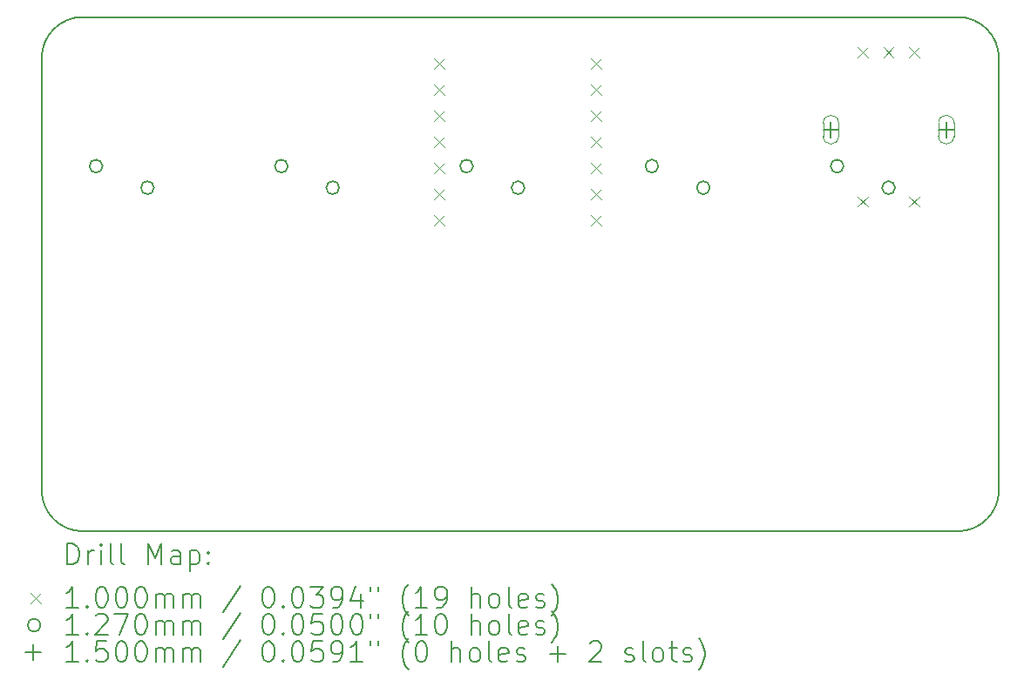
<source format=gbr>
%TF.GenerationSoftware,KiCad,Pcbnew,8.0.6*%
%TF.CreationDate,2024-11-27T16:10:35-06:00*%
%TF.ProjectId,hotdog_pad,686f7464-6f67-45f7-9061-642e6b696361,rev?*%
%TF.SameCoordinates,Original*%
%TF.FileFunction,Drillmap*%
%TF.FilePolarity,Positive*%
%FSLAX45Y45*%
G04 Gerber Fmt 4.5, Leading zero omitted, Abs format (unit mm)*
G04 Created by KiCad (PCBNEW 8.0.6) date 2024-11-27 16:10:35*
%MOMM*%
%LPD*%
G01*
G04 APERTURE LIST*
%ADD10C,0.200000*%
%ADD11C,0.100000*%
%ADD12C,0.127000*%
%ADD13C,0.150000*%
G04 APERTURE END LIST*
D10*
X8300000Y-8600000D02*
X16800000Y-8600000D01*
X16800000Y-3600000D02*
G75*
G02*
X17200000Y-4000000I0J-400000D01*
G01*
X7900000Y-4000000D02*
G75*
G02*
X8300000Y-3600000I400000J0D01*
G01*
X17200000Y-8200000D02*
G75*
G02*
X16800000Y-8600000I-400000J0D01*
G01*
X17200000Y-8200000D02*
X17200000Y-4000000D01*
X7900000Y-4000000D02*
X7900000Y-8200000D01*
X16800000Y-3600000D02*
X8300000Y-3600000D01*
X8300000Y-8600000D02*
G75*
G02*
X7900000Y-8200000I0J400000D01*
G01*
D11*
X11716000Y-4000000D02*
X11816000Y-4100000D01*
X11816000Y-4000000D02*
X11716000Y-4100000D01*
X11716000Y-4254000D02*
X11816000Y-4354000D01*
X11816000Y-4254000D02*
X11716000Y-4354000D01*
X11716000Y-4508000D02*
X11816000Y-4608000D01*
X11816000Y-4508000D02*
X11716000Y-4608000D01*
X11716000Y-4762000D02*
X11816000Y-4862000D01*
X11816000Y-4762000D02*
X11716000Y-4862000D01*
X11716000Y-5016000D02*
X11816000Y-5116000D01*
X11816000Y-5016000D02*
X11716000Y-5116000D01*
X11716000Y-5270000D02*
X11816000Y-5370000D01*
X11816000Y-5270000D02*
X11716000Y-5370000D01*
X11716000Y-5524000D02*
X11816000Y-5624000D01*
X11816000Y-5524000D02*
X11716000Y-5624000D01*
X13240000Y-4000000D02*
X13340000Y-4100000D01*
X13340000Y-4000000D02*
X13240000Y-4100000D01*
X13240000Y-4254000D02*
X13340000Y-4354000D01*
X13340000Y-4254000D02*
X13240000Y-4354000D01*
X13240000Y-4508000D02*
X13340000Y-4608000D01*
X13340000Y-4508000D02*
X13240000Y-4608000D01*
X13240000Y-4762000D02*
X13340000Y-4862000D01*
X13340000Y-4762000D02*
X13240000Y-4862000D01*
X13240000Y-5016000D02*
X13340000Y-5116000D01*
X13340000Y-5016000D02*
X13240000Y-5116000D01*
X13240000Y-5270000D02*
X13340000Y-5370000D01*
X13340000Y-5270000D02*
X13240000Y-5370000D01*
X13240000Y-5524000D02*
X13340000Y-5624000D01*
X13340000Y-5524000D02*
X13240000Y-5624000D01*
X15828000Y-3895000D02*
X15928000Y-3995000D01*
X15928000Y-3895000D02*
X15828000Y-3995000D01*
X15828000Y-5345000D02*
X15928000Y-5445000D01*
X15928000Y-5345000D02*
X15828000Y-5445000D01*
X16078000Y-3895000D02*
X16178000Y-3995000D01*
X16178000Y-3895000D02*
X16078000Y-3995000D01*
X16328000Y-3895000D02*
X16428000Y-3995000D01*
X16428000Y-3895000D02*
X16328000Y-3995000D01*
X16328000Y-5345000D02*
X16428000Y-5445000D01*
X16428000Y-5345000D02*
X16328000Y-5445000D01*
D12*
X8491500Y-5050000D02*
G75*
G02*
X8364500Y-5050000I-63500J0D01*
G01*
X8364500Y-5050000D02*
G75*
G02*
X8491500Y-5050000I63500J0D01*
G01*
X8991500Y-5260000D02*
G75*
G02*
X8864500Y-5260000I-63500J0D01*
G01*
X8864500Y-5260000D02*
G75*
G02*
X8991500Y-5260000I63500J0D01*
G01*
X10291500Y-5050000D02*
G75*
G02*
X10164500Y-5050000I-63500J0D01*
G01*
X10164500Y-5050000D02*
G75*
G02*
X10291500Y-5050000I63500J0D01*
G01*
X10791500Y-5260000D02*
G75*
G02*
X10664500Y-5260000I-63500J0D01*
G01*
X10664500Y-5260000D02*
G75*
G02*
X10791500Y-5260000I63500J0D01*
G01*
X12091500Y-5050000D02*
G75*
G02*
X11964500Y-5050000I-63500J0D01*
G01*
X11964500Y-5050000D02*
G75*
G02*
X12091500Y-5050000I63500J0D01*
G01*
X12591500Y-5260000D02*
G75*
G02*
X12464500Y-5260000I-63500J0D01*
G01*
X12464500Y-5260000D02*
G75*
G02*
X12591500Y-5260000I63500J0D01*
G01*
X13891500Y-5050000D02*
G75*
G02*
X13764500Y-5050000I-63500J0D01*
G01*
X13764500Y-5050000D02*
G75*
G02*
X13891500Y-5050000I63500J0D01*
G01*
X14391500Y-5260000D02*
G75*
G02*
X14264500Y-5260000I-63500J0D01*
G01*
X14264500Y-5260000D02*
G75*
G02*
X14391500Y-5260000I63500J0D01*
G01*
X15691500Y-5050000D02*
G75*
G02*
X15564500Y-5050000I-63500J0D01*
G01*
X15564500Y-5050000D02*
G75*
G02*
X15691500Y-5050000I63500J0D01*
G01*
X16191500Y-5260000D02*
G75*
G02*
X16064500Y-5260000I-63500J0D01*
G01*
X16064500Y-5260000D02*
G75*
G02*
X16191500Y-5260000I63500J0D01*
G01*
D13*
X15568000Y-4620000D02*
X15568000Y-4770000D01*
X15493000Y-4695000D02*
X15643000Y-4695000D01*
D11*
X15493000Y-4630000D02*
X15493000Y-4760000D01*
X15643000Y-4760000D02*
G75*
G02*
X15493000Y-4760000I-75000J0D01*
G01*
X15643000Y-4760000D02*
X15643000Y-4630000D01*
X15643000Y-4630000D02*
G75*
G03*
X15493000Y-4630000I-75000J0D01*
G01*
D13*
X16688000Y-4620000D02*
X16688000Y-4770000D01*
X16613000Y-4695000D02*
X16763000Y-4695000D01*
D11*
X16613000Y-4630000D02*
X16613000Y-4760000D01*
X16763000Y-4760000D02*
G75*
G02*
X16613000Y-4760000I-75000J0D01*
G01*
X16763000Y-4760000D02*
X16763000Y-4630000D01*
X16763000Y-4630000D02*
G75*
G03*
X16613000Y-4630000I-75000J0D01*
G01*
D10*
X8150777Y-8921484D02*
X8150777Y-8721484D01*
X8150777Y-8721484D02*
X8198396Y-8721484D01*
X8198396Y-8721484D02*
X8226967Y-8731008D01*
X8226967Y-8731008D02*
X8246015Y-8750055D01*
X8246015Y-8750055D02*
X8255539Y-8769103D01*
X8255539Y-8769103D02*
X8265062Y-8807198D01*
X8265062Y-8807198D02*
X8265062Y-8835770D01*
X8265062Y-8835770D02*
X8255539Y-8873865D01*
X8255539Y-8873865D02*
X8246015Y-8892912D01*
X8246015Y-8892912D02*
X8226967Y-8911960D01*
X8226967Y-8911960D02*
X8198396Y-8921484D01*
X8198396Y-8921484D02*
X8150777Y-8921484D01*
X8350777Y-8921484D02*
X8350777Y-8788150D01*
X8350777Y-8826246D02*
X8360301Y-8807198D01*
X8360301Y-8807198D02*
X8369824Y-8797674D01*
X8369824Y-8797674D02*
X8388872Y-8788150D01*
X8388872Y-8788150D02*
X8407920Y-8788150D01*
X8474586Y-8921484D02*
X8474586Y-8788150D01*
X8474586Y-8721484D02*
X8465063Y-8731008D01*
X8465063Y-8731008D02*
X8474586Y-8740531D01*
X8474586Y-8740531D02*
X8484110Y-8731008D01*
X8484110Y-8731008D02*
X8474586Y-8721484D01*
X8474586Y-8721484D02*
X8474586Y-8740531D01*
X8598396Y-8921484D02*
X8579348Y-8911960D01*
X8579348Y-8911960D02*
X8569824Y-8892912D01*
X8569824Y-8892912D02*
X8569824Y-8721484D01*
X8703158Y-8921484D02*
X8684110Y-8911960D01*
X8684110Y-8911960D02*
X8674586Y-8892912D01*
X8674586Y-8892912D02*
X8674586Y-8721484D01*
X8931729Y-8921484D02*
X8931729Y-8721484D01*
X8931729Y-8721484D02*
X8998396Y-8864341D01*
X8998396Y-8864341D02*
X9065063Y-8721484D01*
X9065063Y-8721484D02*
X9065063Y-8921484D01*
X9246015Y-8921484D02*
X9246015Y-8816722D01*
X9246015Y-8816722D02*
X9236491Y-8797674D01*
X9236491Y-8797674D02*
X9217444Y-8788150D01*
X9217444Y-8788150D02*
X9179348Y-8788150D01*
X9179348Y-8788150D02*
X9160301Y-8797674D01*
X9246015Y-8911960D02*
X9226967Y-8921484D01*
X9226967Y-8921484D02*
X9179348Y-8921484D01*
X9179348Y-8921484D02*
X9160301Y-8911960D01*
X9160301Y-8911960D02*
X9150777Y-8892912D01*
X9150777Y-8892912D02*
X9150777Y-8873865D01*
X9150777Y-8873865D02*
X9160301Y-8854817D01*
X9160301Y-8854817D02*
X9179348Y-8845293D01*
X9179348Y-8845293D02*
X9226967Y-8845293D01*
X9226967Y-8845293D02*
X9246015Y-8835770D01*
X9341253Y-8788150D02*
X9341253Y-8988150D01*
X9341253Y-8797674D02*
X9360301Y-8788150D01*
X9360301Y-8788150D02*
X9398396Y-8788150D01*
X9398396Y-8788150D02*
X9417444Y-8797674D01*
X9417444Y-8797674D02*
X9426967Y-8807198D01*
X9426967Y-8807198D02*
X9436491Y-8826246D01*
X9436491Y-8826246D02*
X9436491Y-8883389D01*
X9436491Y-8883389D02*
X9426967Y-8902436D01*
X9426967Y-8902436D02*
X9417444Y-8911960D01*
X9417444Y-8911960D02*
X9398396Y-8921484D01*
X9398396Y-8921484D02*
X9360301Y-8921484D01*
X9360301Y-8921484D02*
X9341253Y-8911960D01*
X9522205Y-8902436D02*
X9531729Y-8911960D01*
X9531729Y-8911960D02*
X9522205Y-8921484D01*
X9522205Y-8921484D02*
X9512682Y-8911960D01*
X9512682Y-8911960D02*
X9522205Y-8902436D01*
X9522205Y-8902436D02*
X9522205Y-8921484D01*
X9522205Y-8797674D02*
X9531729Y-8807198D01*
X9531729Y-8807198D02*
X9522205Y-8816722D01*
X9522205Y-8816722D02*
X9512682Y-8807198D01*
X9512682Y-8807198D02*
X9522205Y-8797674D01*
X9522205Y-8797674D02*
X9522205Y-8816722D01*
D11*
X7790000Y-9200000D02*
X7890000Y-9300000D01*
X7890000Y-9200000D02*
X7790000Y-9300000D01*
D10*
X8255539Y-9341484D02*
X8141253Y-9341484D01*
X8198396Y-9341484D02*
X8198396Y-9141484D01*
X8198396Y-9141484D02*
X8179348Y-9170055D01*
X8179348Y-9170055D02*
X8160301Y-9189103D01*
X8160301Y-9189103D02*
X8141253Y-9198627D01*
X8341253Y-9322436D02*
X8350777Y-9331960D01*
X8350777Y-9331960D02*
X8341253Y-9341484D01*
X8341253Y-9341484D02*
X8331729Y-9331960D01*
X8331729Y-9331960D02*
X8341253Y-9322436D01*
X8341253Y-9322436D02*
X8341253Y-9341484D01*
X8474586Y-9141484D02*
X8493634Y-9141484D01*
X8493634Y-9141484D02*
X8512682Y-9151008D01*
X8512682Y-9151008D02*
X8522205Y-9160531D01*
X8522205Y-9160531D02*
X8531729Y-9179579D01*
X8531729Y-9179579D02*
X8541253Y-9217674D01*
X8541253Y-9217674D02*
X8541253Y-9265293D01*
X8541253Y-9265293D02*
X8531729Y-9303389D01*
X8531729Y-9303389D02*
X8522205Y-9322436D01*
X8522205Y-9322436D02*
X8512682Y-9331960D01*
X8512682Y-9331960D02*
X8493634Y-9341484D01*
X8493634Y-9341484D02*
X8474586Y-9341484D01*
X8474586Y-9341484D02*
X8455539Y-9331960D01*
X8455539Y-9331960D02*
X8446015Y-9322436D01*
X8446015Y-9322436D02*
X8436491Y-9303389D01*
X8436491Y-9303389D02*
X8426967Y-9265293D01*
X8426967Y-9265293D02*
X8426967Y-9217674D01*
X8426967Y-9217674D02*
X8436491Y-9179579D01*
X8436491Y-9179579D02*
X8446015Y-9160531D01*
X8446015Y-9160531D02*
X8455539Y-9151008D01*
X8455539Y-9151008D02*
X8474586Y-9141484D01*
X8665063Y-9141484D02*
X8684110Y-9141484D01*
X8684110Y-9141484D02*
X8703158Y-9151008D01*
X8703158Y-9151008D02*
X8712682Y-9160531D01*
X8712682Y-9160531D02*
X8722205Y-9179579D01*
X8722205Y-9179579D02*
X8731729Y-9217674D01*
X8731729Y-9217674D02*
X8731729Y-9265293D01*
X8731729Y-9265293D02*
X8722205Y-9303389D01*
X8722205Y-9303389D02*
X8712682Y-9322436D01*
X8712682Y-9322436D02*
X8703158Y-9331960D01*
X8703158Y-9331960D02*
X8684110Y-9341484D01*
X8684110Y-9341484D02*
X8665063Y-9341484D01*
X8665063Y-9341484D02*
X8646015Y-9331960D01*
X8646015Y-9331960D02*
X8636491Y-9322436D01*
X8636491Y-9322436D02*
X8626967Y-9303389D01*
X8626967Y-9303389D02*
X8617444Y-9265293D01*
X8617444Y-9265293D02*
X8617444Y-9217674D01*
X8617444Y-9217674D02*
X8626967Y-9179579D01*
X8626967Y-9179579D02*
X8636491Y-9160531D01*
X8636491Y-9160531D02*
X8646015Y-9151008D01*
X8646015Y-9151008D02*
X8665063Y-9141484D01*
X8855539Y-9141484D02*
X8874586Y-9141484D01*
X8874586Y-9141484D02*
X8893634Y-9151008D01*
X8893634Y-9151008D02*
X8903158Y-9160531D01*
X8903158Y-9160531D02*
X8912682Y-9179579D01*
X8912682Y-9179579D02*
X8922205Y-9217674D01*
X8922205Y-9217674D02*
X8922205Y-9265293D01*
X8922205Y-9265293D02*
X8912682Y-9303389D01*
X8912682Y-9303389D02*
X8903158Y-9322436D01*
X8903158Y-9322436D02*
X8893634Y-9331960D01*
X8893634Y-9331960D02*
X8874586Y-9341484D01*
X8874586Y-9341484D02*
X8855539Y-9341484D01*
X8855539Y-9341484D02*
X8836491Y-9331960D01*
X8836491Y-9331960D02*
X8826967Y-9322436D01*
X8826967Y-9322436D02*
X8817444Y-9303389D01*
X8817444Y-9303389D02*
X8807920Y-9265293D01*
X8807920Y-9265293D02*
X8807920Y-9217674D01*
X8807920Y-9217674D02*
X8817444Y-9179579D01*
X8817444Y-9179579D02*
X8826967Y-9160531D01*
X8826967Y-9160531D02*
X8836491Y-9151008D01*
X8836491Y-9151008D02*
X8855539Y-9141484D01*
X9007920Y-9341484D02*
X9007920Y-9208150D01*
X9007920Y-9227198D02*
X9017444Y-9217674D01*
X9017444Y-9217674D02*
X9036491Y-9208150D01*
X9036491Y-9208150D02*
X9065063Y-9208150D01*
X9065063Y-9208150D02*
X9084110Y-9217674D01*
X9084110Y-9217674D02*
X9093634Y-9236722D01*
X9093634Y-9236722D02*
X9093634Y-9341484D01*
X9093634Y-9236722D02*
X9103158Y-9217674D01*
X9103158Y-9217674D02*
X9122205Y-9208150D01*
X9122205Y-9208150D02*
X9150777Y-9208150D01*
X9150777Y-9208150D02*
X9169825Y-9217674D01*
X9169825Y-9217674D02*
X9179348Y-9236722D01*
X9179348Y-9236722D02*
X9179348Y-9341484D01*
X9274586Y-9341484D02*
X9274586Y-9208150D01*
X9274586Y-9227198D02*
X9284110Y-9217674D01*
X9284110Y-9217674D02*
X9303158Y-9208150D01*
X9303158Y-9208150D02*
X9331729Y-9208150D01*
X9331729Y-9208150D02*
X9350777Y-9217674D01*
X9350777Y-9217674D02*
X9360301Y-9236722D01*
X9360301Y-9236722D02*
X9360301Y-9341484D01*
X9360301Y-9236722D02*
X9369825Y-9217674D01*
X9369825Y-9217674D02*
X9388872Y-9208150D01*
X9388872Y-9208150D02*
X9417444Y-9208150D01*
X9417444Y-9208150D02*
X9436491Y-9217674D01*
X9436491Y-9217674D02*
X9446015Y-9236722D01*
X9446015Y-9236722D02*
X9446015Y-9341484D01*
X9836491Y-9131960D02*
X9665063Y-9389103D01*
X10093634Y-9141484D02*
X10112682Y-9141484D01*
X10112682Y-9141484D02*
X10131729Y-9151008D01*
X10131729Y-9151008D02*
X10141253Y-9160531D01*
X10141253Y-9160531D02*
X10150777Y-9179579D01*
X10150777Y-9179579D02*
X10160301Y-9217674D01*
X10160301Y-9217674D02*
X10160301Y-9265293D01*
X10160301Y-9265293D02*
X10150777Y-9303389D01*
X10150777Y-9303389D02*
X10141253Y-9322436D01*
X10141253Y-9322436D02*
X10131729Y-9331960D01*
X10131729Y-9331960D02*
X10112682Y-9341484D01*
X10112682Y-9341484D02*
X10093634Y-9341484D01*
X10093634Y-9341484D02*
X10074587Y-9331960D01*
X10074587Y-9331960D02*
X10065063Y-9322436D01*
X10065063Y-9322436D02*
X10055539Y-9303389D01*
X10055539Y-9303389D02*
X10046015Y-9265293D01*
X10046015Y-9265293D02*
X10046015Y-9217674D01*
X10046015Y-9217674D02*
X10055539Y-9179579D01*
X10055539Y-9179579D02*
X10065063Y-9160531D01*
X10065063Y-9160531D02*
X10074587Y-9151008D01*
X10074587Y-9151008D02*
X10093634Y-9141484D01*
X10246015Y-9322436D02*
X10255539Y-9331960D01*
X10255539Y-9331960D02*
X10246015Y-9341484D01*
X10246015Y-9341484D02*
X10236491Y-9331960D01*
X10236491Y-9331960D02*
X10246015Y-9322436D01*
X10246015Y-9322436D02*
X10246015Y-9341484D01*
X10379348Y-9141484D02*
X10398396Y-9141484D01*
X10398396Y-9141484D02*
X10417444Y-9151008D01*
X10417444Y-9151008D02*
X10426968Y-9160531D01*
X10426968Y-9160531D02*
X10436491Y-9179579D01*
X10436491Y-9179579D02*
X10446015Y-9217674D01*
X10446015Y-9217674D02*
X10446015Y-9265293D01*
X10446015Y-9265293D02*
X10436491Y-9303389D01*
X10436491Y-9303389D02*
X10426968Y-9322436D01*
X10426968Y-9322436D02*
X10417444Y-9331960D01*
X10417444Y-9331960D02*
X10398396Y-9341484D01*
X10398396Y-9341484D02*
X10379348Y-9341484D01*
X10379348Y-9341484D02*
X10360301Y-9331960D01*
X10360301Y-9331960D02*
X10350777Y-9322436D01*
X10350777Y-9322436D02*
X10341253Y-9303389D01*
X10341253Y-9303389D02*
X10331729Y-9265293D01*
X10331729Y-9265293D02*
X10331729Y-9217674D01*
X10331729Y-9217674D02*
X10341253Y-9179579D01*
X10341253Y-9179579D02*
X10350777Y-9160531D01*
X10350777Y-9160531D02*
X10360301Y-9151008D01*
X10360301Y-9151008D02*
X10379348Y-9141484D01*
X10512682Y-9141484D02*
X10636491Y-9141484D01*
X10636491Y-9141484D02*
X10569825Y-9217674D01*
X10569825Y-9217674D02*
X10598396Y-9217674D01*
X10598396Y-9217674D02*
X10617444Y-9227198D01*
X10617444Y-9227198D02*
X10626968Y-9236722D01*
X10626968Y-9236722D02*
X10636491Y-9255770D01*
X10636491Y-9255770D02*
X10636491Y-9303389D01*
X10636491Y-9303389D02*
X10626968Y-9322436D01*
X10626968Y-9322436D02*
X10617444Y-9331960D01*
X10617444Y-9331960D02*
X10598396Y-9341484D01*
X10598396Y-9341484D02*
X10541253Y-9341484D01*
X10541253Y-9341484D02*
X10522206Y-9331960D01*
X10522206Y-9331960D02*
X10512682Y-9322436D01*
X10731729Y-9341484D02*
X10769825Y-9341484D01*
X10769825Y-9341484D02*
X10788872Y-9331960D01*
X10788872Y-9331960D02*
X10798396Y-9322436D01*
X10798396Y-9322436D02*
X10817444Y-9293865D01*
X10817444Y-9293865D02*
X10826968Y-9255770D01*
X10826968Y-9255770D02*
X10826968Y-9179579D01*
X10826968Y-9179579D02*
X10817444Y-9160531D01*
X10817444Y-9160531D02*
X10807920Y-9151008D01*
X10807920Y-9151008D02*
X10788872Y-9141484D01*
X10788872Y-9141484D02*
X10750777Y-9141484D01*
X10750777Y-9141484D02*
X10731729Y-9151008D01*
X10731729Y-9151008D02*
X10722206Y-9160531D01*
X10722206Y-9160531D02*
X10712682Y-9179579D01*
X10712682Y-9179579D02*
X10712682Y-9227198D01*
X10712682Y-9227198D02*
X10722206Y-9246246D01*
X10722206Y-9246246D02*
X10731729Y-9255770D01*
X10731729Y-9255770D02*
X10750777Y-9265293D01*
X10750777Y-9265293D02*
X10788872Y-9265293D01*
X10788872Y-9265293D02*
X10807920Y-9255770D01*
X10807920Y-9255770D02*
X10817444Y-9246246D01*
X10817444Y-9246246D02*
X10826968Y-9227198D01*
X10998396Y-9208150D02*
X10998396Y-9341484D01*
X10950777Y-9131960D02*
X10903158Y-9274817D01*
X10903158Y-9274817D02*
X11026968Y-9274817D01*
X11093634Y-9141484D02*
X11093634Y-9179579D01*
X11169825Y-9141484D02*
X11169825Y-9179579D01*
X11465063Y-9417674D02*
X11455539Y-9408150D01*
X11455539Y-9408150D02*
X11436491Y-9379579D01*
X11436491Y-9379579D02*
X11426968Y-9360531D01*
X11426968Y-9360531D02*
X11417444Y-9331960D01*
X11417444Y-9331960D02*
X11407920Y-9284341D01*
X11407920Y-9284341D02*
X11407920Y-9246246D01*
X11407920Y-9246246D02*
X11417444Y-9198627D01*
X11417444Y-9198627D02*
X11426968Y-9170055D01*
X11426968Y-9170055D02*
X11436491Y-9151008D01*
X11436491Y-9151008D02*
X11455539Y-9122436D01*
X11455539Y-9122436D02*
X11465063Y-9112912D01*
X11646015Y-9341484D02*
X11531729Y-9341484D01*
X11588872Y-9341484D02*
X11588872Y-9141484D01*
X11588872Y-9141484D02*
X11569825Y-9170055D01*
X11569825Y-9170055D02*
X11550777Y-9189103D01*
X11550777Y-9189103D02*
X11531729Y-9198627D01*
X11741253Y-9341484D02*
X11779348Y-9341484D01*
X11779348Y-9341484D02*
X11798396Y-9331960D01*
X11798396Y-9331960D02*
X11807920Y-9322436D01*
X11807920Y-9322436D02*
X11826968Y-9293865D01*
X11826968Y-9293865D02*
X11836491Y-9255770D01*
X11836491Y-9255770D02*
X11836491Y-9179579D01*
X11836491Y-9179579D02*
X11826968Y-9160531D01*
X11826968Y-9160531D02*
X11817444Y-9151008D01*
X11817444Y-9151008D02*
X11798396Y-9141484D01*
X11798396Y-9141484D02*
X11760301Y-9141484D01*
X11760301Y-9141484D02*
X11741253Y-9151008D01*
X11741253Y-9151008D02*
X11731729Y-9160531D01*
X11731729Y-9160531D02*
X11722206Y-9179579D01*
X11722206Y-9179579D02*
X11722206Y-9227198D01*
X11722206Y-9227198D02*
X11731729Y-9246246D01*
X11731729Y-9246246D02*
X11741253Y-9255770D01*
X11741253Y-9255770D02*
X11760301Y-9265293D01*
X11760301Y-9265293D02*
X11798396Y-9265293D01*
X11798396Y-9265293D02*
X11817444Y-9255770D01*
X11817444Y-9255770D02*
X11826968Y-9246246D01*
X11826968Y-9246246D02*
X11836491Y-9227198D01*
X12074587Y-9341484D02*
X12074587Y-9141484D01*
X12160301Y-9341484D02*
X12160301Y-9236722D01*
X12160301Y-9236722D02*
X12150777Y-9217674D01*
X12150777Y-9217674D02*
X12131730Y-9208150D01*
X12131730Y-9208150D02*
X12103158Y-9208150D01*
X12103158Y-9208150D02*
X12084110Y-9217674D01*
X12084110Y-9217674D02*
X12074587Y-9227198D01*
X12284110Y-9341484D02*
X12265063Y-9331960D01*
X12265063Y-9331960D02*
X12255539Y-9322436D01*
X12255539Y-9322436D02*
X12246015Y-9303389D01*
X12246015Y-9303389D02*
X12246015Y-9246246D01*
X12246015Y-9246246D02*
X12255539Y-9227198D01*
X12255539Y-9227198D02*
X12265063Y-9217674D01*
X12265063Y-9217674D02*
X12284110Y-9208150D01*
X12284110Y-9208150D02*
X12312682Y-9208150D01*
X12312682Y-9208150D02*
X12331730Y-9217674D01*
X12331730Y-9217674D02*
X12341253Y-9227198D01*
X12341253Y-9227198D02*
X12350777Y-9246246D01*
X12350777Y-9246246D02*
X12350777Y-9303389D01*
X12350777Y-9303389D02*
X12341253Y-9322436D01*
X12341253Y-9322436D02*
X12331730Y-9331960D01*
X12331730Y-9331960D02*
X12312682Y-9341484D01*
X12312682Y-9341484D02*
X12284110Y-9341484D01*
X12465063Y-9341484D02*
X12446015Y-9331960D01*
X12446015Y-9331960D02*
X12436491Y-9312912D01*
X12436491Y-9312912D02*
X12436491Y-9141484D01*
X12617444Y-9331960D02*
X12598396Y-9341484D01*
X12598396Y-9341484D02*
X12560301Y-9341484D01*
X12560301Y-9341484D02*
X12541253Y-9331960D01*
X12541253Y-9331960D02*
X12531730Y-9312912D01*
X12531730Y-9312912D02*
X12531730Y-9236722D01*
X12531730Y-9236722D02*
X12541253Y-9217674D01*
X12541253Y-9217674D02*
X12560301Y-9208150D01*
X12560301Y-9208150D02*
X12598396Y-9208150D01*
X12598396Y-9208150D02*
X12617444Y-9217674D01*
X12617444Y-9217674D02*
X12626968Y-9236722D01*
X12626968Y-9236722D02*
X12626968Y-9255770D01*
X12626968Y-9255770D02*
X12531730Y-9274817D01*
X12703158Y-9331960D02*
X12722206Y-9341484D01*
X12722206Y-9341484D02*
X12760301Y-9341484D01*
X12760301Y-9341484D02*
X12779349Y-9331960D01*
X12779349Y-9331960D02*
X12788872Y-9312912D01*
X12788872Y-9312912D02*
X12788872Y-9303389D01*
X12788872Y-9303389D02*
X12779349Y-9284341D01*
X12779349Y-9284341D02*
X12760301Y-9274817D01*
X12760301Y-9274817D02*
X12731730Y-9274817D01*
X12731730Y-9274817D02*
X12712682Y-9265293D01*
X12712682Y-9265293D02*
X12703158Y-9246246D01*
X12703158Y-9246246D02*
X12703158Y-9236722D01*
X12703158Y-9236722D02*
X12712682Y-9217674D01*
X12712682Y-9217674D02*
X12731730Y-9208150D01*
X12731730Y-9208150D02*
X12760301Y-9208150D01*
X12760301Y-9208150D02*
X12779349Y-9217674D01*
X12855539Y-9417674D02*
X12865063Y-9408150D01*
X12865063Y-9408150D02*
X12884111Y-9379579D01*
X12884111Y-9379579D02*
X12893634Y-9360531D01*
X12893634Y-9360531D02*
X12903158Y-9331960D01*
X12903158Y-9331960D02*
X12912682Y-9284341D01*
X12912682Y-9284341D02*
X12912682Y-9246246D01*
X12912682Y-9246246D02*
X12903158Y-9198627D01*
X12903158Y-9198627D02*
X12893634Y-9170055D01*
X12893634Y-9170055D02*
X12884111Y-9151008D01*
X12884111Y-9151008D02*
X12865063Y-9122436D01*
X12865063Y-9122436D02*
X12855539Y-9112912D01*
D12*
X7890000Y-9514000D02*
G75*
G02*
X7763000Y-9514000I-63500J0D01*
G01*
X7763000Y-9514000D02*
G75*
G02*
X7890000Y-9514000I63500J0D01*
G01*
D10*
X8255539Y-9605484D02*
X8141253Y-9605484D01*
X8198396Y-9605484D02*
X8198396Y-9405484D01*
X8198396Y-9405484D02*
X8179348Y-9434055D01*
X8179348Y-9434055D02*
X8160301Y-9453103D01*
X8160301Y-9453103D02*
X8141253Y-9462627D01*
X8341253Y-9586436D02*
X8350777Y-9595960D01*
X8350777Y-9595960D02*
X8341253Y-9605484D01*
X8341253Y-9605484D02*
X8331729Y-9595960D01*
X8331729Y-9595960D02*
X8341253Y-9586436D01*
X8341253Y-9586436D02*
X8341253Y-9605484D01*
X8426967Y-9424531D02*
X8436491Y-9415008D01*
X8436491Y-9415008D02*
X8455539Y-9405484D01*
X8455539Y-9405484D02*
X8503158Y-9405484D01*
X8503158Y-9405484D02*
X8522205Y-9415008D01*
X8522205Y-9415008D02*
X8531729Y-9424531D01*
X8531729Y-9424531D02*
X8541253Y-9443579D01*
X8541253Y-9443579D02*
X8541253Y-9462627D01*
X8541253Y-9462627D02*
X8531729Y-9491198D01*
X8531729Y-9491198D02*
X8417444Y-9605484D01*
X8417444Y-9605484D02*
X8541253Y-9605484D01*
X8607920Y-9405484D02*
X8741253Y-9405484D01*
X8741253Y-9405484D02*
X8655539Y-9605484D01*
X8855539Y-9405484D02*
X8874586Y-9405484D01*
X8874586Y-9405484D02*
X8893634Y-9415008D01*
X8893634Y-9415008D02*
X8903158Y-9424531D01*
X8903158Y-9424531D02*
X8912682Y-9443579D01*
X8912682Y-9443579D02*
X8922205Y-9481674D01*
X8922205Y-9481674D02*
X8922205Y-9529293D01*
X8922205Y-9529293D02*
X8912682Y-9567389D01*
X8912682Y-9567389D02*
X8903158Y-9586436D01*
X8903158Y-9586436D02*
X8893634Y-9595960D01*
X8893634Y-9595960D02*
X8874586Y-9605484D01*
X8874586Y-9605484D02*
X8855539Y-9605484D01*
X8855539Y-9605484D02*
X8836491Y-9595960D01*
X8836491Y-9595960D02*
X8826967Y-9586436D01*
X8826967Y-9586436D02*
X8817444Y-9567389D01*
X8817444Y-9567389D02*
X8807920Y-9529293D01*
X8807920Y-9529293D02*
X8807920Y-9481674D01*
X8807920Y-9481674D02*
X8817444Y-9443579D01*
X8817444Y-9443579D02*
X8826967Y-9424531D01*
X8826967Y-9424531D02*
X8836491Y-9415008D01*
X8836491Y-9415008D02*
X8855539Y-9405484D01*
X9007920Y-9605484D02*
X9007920Y-9472150D01*
X9007920Y-9491198D02*
X9017444Y-9481674D01*
X9017444Y-9481674D02*
X9036491Y-9472150D01*
X9036491Y-9472150D02*
X9065063Y-9472150D01*
X9065063Y-9472150D02*
X9084110Y-9481674D01*
X9084110Y-9481674D02*
X9093634Y-9500722D01*
X9093634Y-9500722D02*
X9093634Y-9605484D01*
X9093634Y-9500722D02*
X9103158Y-9481674D01*
X9103158Y-9481674D02*
X9122205Y-9472150D01*
X9122205Y-9472150D02*
X9150777Y-9472150D01*
X9150777Y-9472150D02*
X9169825Y-9481674D01*
X9169825Y-9481674D02*
X9179348Y-9500722D01*
X9179348Y-9500722D02*
X9179348Y-9605484D01*
X9274586Y-9605484D02*
X9274586Y-9472150D01*
X9274586Y-9491198D02*
X9284110Y-9481674D01*
X9284110Y-9481674D02*
X9303158Y-9472150D01*
X9303158Y-9472150D02*
X9331729Y-9472150D01*
X9331729Y-9472150D02*
X9350777Y-9481674D01*
X9350777Y-9481674D02*
X9360301Y-9500722D01*
X9360301Y-9500722D02*
X9360301Y-9605484D01*
X9360301Y-9500722D02*
X9369825Y-9481674D01*
X9369825Y-9481674D02*
X9388872Y-9472150D01*
X9388872Y-9472150D02*
X9417444Y-9472150D01*
X9417444Y-9472150D02*
X9436491Y-9481674D01*
X9436491Y-9481674D02*
X9446015Y-9500722D01*
X9446015Y-9500722D02*
X9446015Y-9605484D01*
X9836491Y-9395960D02*
X9665063Y-9653103D01*
X10093634Y-9405484D02*
X10112682Y-9405484D01*
X10112682Y-9405484D02*
X10131729Y-9415008D01*
X10131729Y-9415008D02*
X10141253Y-9424531D01*
X10141253Y-9424531D02*
X10150777Y-9443579D01*
X10150777Y-9443579D02*
X10160301Y-9481674D01*
X10160301Y-9481674D02*
X10160301Y-9529293D01*
X10160301Y-9529293D02*
X10150777Y-9567389D01*
X10150777Y-9567389D02*
X10141253Y-9586436D01*
X10141253Y-9586436D02*
X10131729Y-9595960D01*
X10131729Y-9595960D02*
X10112682Y-9605484D01*
X10112682Y-9605484D02*
X10093634Y-9605484D01*
X10093634Y-9605484D02*
X10074587Y-9595960D01*
X10074587Y-9595960D02*
X10065063Y-9586436D01*
X10065063Y-9586436D02*
X10055539Y-9567389D01*
X10055539Y-9567389D02*
X10046015Y-9529293D01*
X10046015Y-9529293D02*
X10046015Y-9481674D01*
X10046015Y-9481674D02*
X10055539Y-9443579D01*
X10055539Y-9443579D02*
X10065063Y-9424531D01*
X10065063Y-9424531D02*
X10074587Y-9415008D01*
X10074587Y-9415008D02*
X10093634Y-9405484D01*
X10246015Y-9586436D02*
X10255539Y-9595960D01*
X10255539Y-9595960D02*
X10246015Y-9605484D01*
X10246015Y-9605484D02*
X10236491Y-9595960D01*
X10236491Y-9595960D02*
X10246015Y-9586436D01*
X10246015Y-9586436D02*
X10246015Y-9605484D01*
X10379348Y-9405484D02*
X10398396Y-9405484D01*
X10398396Y-9405484D02*
X10417444Y-9415008D01*
X10417444Y-9415008D02*
X10426968Y-9424531D01*
X10426968Y-9424531D02*
X10436491Y-9443579D01*
X10436491Y-9443579D02*
X10446015Y-9481674D01*
X10446015Y-9481674D02*
X10446015Y-9529293D01*
X10446015Y-9529293D02*
X10436491Y-9567389D01*
X10436491Y-9567389D02*
X10426968Y-9586436D01*
X10426968Y-9586436D02*
X10417444Y-9595960D01*
X10417444Y-9595960D02*
X10398396Y-9605484D01*
X10398396Y-9605484D02*
X10379348Y-9605484D01*
X10379348Y-9605484D02*
X10360301Y-9595960D01*
X10360301Y-9595960D02*
X10350777Y-9586436D01*
X10350777Y-9586436D02*
X10341253Y-9567389D01*
X10341253Y-9567389D02*
X10331729Y-9529293D01*
X10331729Y-9529293D02*
X10331729Y-9481674D01*
X10331729Y-9481674D02*
X10341253Y-9443579D01*
X10341253Y-9443579D02*
X10350777Y-9424531D01*
X10350777Y-9424531D02*
X10360301Y-9415008D01*
X10360301Y-9415008D02*
X10379348Y-9405484D01*
X10626968Y-9405484D02*
X10531729Y-9405484D01*
X10531729Y-9405484D02*
X10522206Y-9500722D01*
X10522206Y-9500722D02*
X10531729Y-9491198D01*
X10531729Y-9491198D02*
X10550777Y-9481674D01*
X10550777Y-9481674D02*
X10598396Y-9481674D01*
X10598396Y-9481674D02*
X10617444Y-9491198D01*
X10617444Y-9491198D02*
X10626968Y-9500722D01*
X10626968Y-9500722D02*
X10636491Y-9519770D01*
X10636491Y-9519770D02*
X10636491Y-9567389D01*
X10636491Y-9567389D02*
X10626968Y-9586436D01*
X10626968Y-9586436D02*
X10617444Y-9595960D01*
X10617444Y-9595960D02*
X10598396Y-9605484D01*
X10598396Y-9605484D02*
X10550777Y-9605484D01*
X10550777Y-9605484D02*
X10531729Y-9595960D01*
X10531729Y-9595960D02*
X10522206Y-9586436D01*
X10760301Y-9405484D02*
X10779349Y-9405484D01*
X10779349Y-9405484D02*
X10798396Y-9415008D01*
X10798396Y-9415008D02*
X10807920Y-9424531D01*
X10807920Y-9424531D02*
X10817444Y-9443579D01*
X10817444Y-9443579D02*
X10826968Y-9481674D01*
X10826968Y-9481674D02*
X10826968Y-9529293D01*
X10826968Y-9529293D02*
X10817444Y-9567389D01*
X10817444Y-9567389D02*
X10807920Y-9586436D01*
X10807920Y-9586436D02*
X10798396Y-9595960D01*
X10798396Y-9595960D02*
X10779349Y-9605484D01*
X10779349Y-9605484D02*
X10760301Y-9605484D01*
X10760301Y-9605484D02*
X10741253Y-9595960D01*
X10741253Y-9595960D02*
X10731729Y-9586436D01*
X10731729Y-9586436D02*
X10722206Y-9567389D01*
X10722206Y-9567389D02*
X10712682Y-9529293D01*
X10712682Y-9529293D02*
X10712682Y-9481674D01*
X10712682Y-9481674D02*
X10722206Y-9443579D01*
X10722206Y-9443579D02*
X10731729Y-9424531D01*
X10731729Y-9424531D02*
X10741253Y-9415008D01*
X10741253Y-9415008D02*
X10760301Y-9405484D01*
X10950777Y-9405484D02*
X10969825Y-9405484D01*
X10969825Y-9405484D02*
X10988872Y-9415008D01*
X10988872Y-9415008D02*
X10998396Y-9424531D01*
X10998396Y-9424531D02*
X11007920Y-9443579D01*
X11007920Y-9443579D02*
X11017444Y-9481674D01*
X11017444Y-9481674D02*
X11017444Y-9529293D01*
X11017444Y-9529293D02*
X11007920Y-9567389D01*
X11007920Y-9567389D02*
X10998396Y-9586436D01*
X10998396Y-9586436D02*
X10988872Y-9595960D01*
X10988872Y-9595960D02*
X10969825Y-9605484D01*
X10969825Y-9605484D02*
X10950777Y-9605484D01*
X10950777Y-9605484D02*
X10931729Y-9595960D01*
X10931729Y-9595960D02*
X10922206Y-9586436D01*
X10922206Y-9586436D02*
X10912682Y-9567389D01*
X10912682Y-9567389D02*
X10903158Y-9529293D01*
X10903158Y-9529293D02*
X10903158Y-9481674D01*
X10903158Y-9481674D02*
X10912682Y-9443579D01*
X10912682Y-9443579D02*
X10922206Y-9424531D01*
X10922206Y-9424531D02*
X10931729Y-9415008D01*
X10931729Y-9415008D02*
X10950777Y-9405484D01*
X11093634Y-9405484D02*
X11093634Y-9443579D01*
X11169825Y-9405484D02*
X11169825Y-9443579D01*
X11465063Y-9681674D02*
X11455539Y-9672150D01*
X11455539Y-9672150D02*
X11436491Y-9643579D01*
X11436491Y-9643579D02*
X11426968Y-9624531D01*
X11426968Y-9624531D02*
X11417444Y-9595960D01*
X11417444Y-9595960D02*
X11407920Y-9548341D01*
X11407920Y-9548341D02*
X11407920Y-9510246D01*
X11407920Y-9510246D02*
X11417444Y-9462627D01*
X11417444Y-9462627D02*
X11426968Y-9434055D01*
X11426968Y-9434055D02*
X11436491Y-9415008D01*
X11436491Y-9415008D02*
X11455539Y-9386436D01*
X11455539Y-9386436D02*
X11465063Y-9376912D01*
X11646015Y-9605484D02*
X11531729Y-9605484D01*
X11588872Y-9605484D02*
X11588872Y-9405484D01*
X11588872Y-9405484D02*
X11569825Y-9434055D01*
X11569825Y-9434055D02*
X11550777Y-9453103D01*
X11550777Y-9453103D02*
X11531729Y-9462627D01*
X11769825Y-9405484D02*
X11788872Y-9405484D01*
X11788872Y-9405484D02*
X11807920Y-9415008D01*
X11807920Y-9415008D02*
X11817444Y-9424531D01*
X11817444Y-9424531D02*
X11826968Y-9443579D01*
X11826968Y-9443579D02*
X11836491Y-9481674D01*
X11836491Y-9481674D02*
X11836491Y-9529293D01*
X11836491Y-9529293D02*
X11826968Y-9567389D01*
X11826968Y-9567389D02*
X11817444Y-9586436D01*
X11817444Y-9586436D02*
X11807920Y-9595960D01*
X11807920Y-9595960D02*
X11788872Y-9605484D01*
X11788872Y-9605484D02*
X11769825Y-9605484D01*
X11769825Y-9605484D02*
X11750777Y-9595960D01*
X11750777Y-9595960D02*
X11741253Y-9586436D01*
X11741253Y-9586436D02*
X11731729Y-9567389D01*
X11731729Y-9567389D02*
X11722206Y-9529293D01*
X11722206Y-9529293D02*
X11722206Y-9481674D01*
X11722206Y-9481674D02*
X11731729Y-9443579D01*
X11731729Y-9443579D02*
X11741253Y-9424531D01*
X11741253Y-9424531D02*
X11750777Y-9415008D01*
X11750777Y-9415008D02*
X11769825Y-9405484D01*
X12074587Y-9605484D02*
X12074587Y-9405484D01*
X12160301Y-9605484D02*
X12160301Y-9500722D01*
X12160301Y-9500722D02*
X12150777Y-9481674D01*
X12150777Y-9481674D02*
X12131730Y-9472150D01*
X12131730Y-9472150D02*
X12103158Y-9472150D01*
X12103158Y-9472150D02*
X12084110Y-9481674D01*
X12084110Y-9481674D02*
X12074587Y-9491198D01*
X12284110Y-9605484D02*
X12265063Y-9595960D01*
X12265063Y-9595960D02*
X12255539Y-9586436D01*
X12255539Y-9586436D02*
X12246015Y-9567389D01*
X12246015Y-9567389D02*
X12246015Y-9510246D01*
X12246015Y-9510246D02*
X12255539Y-9491198D01*
X12255539Y-9491198D02*
X12265063Y-9481674D01*
X12265063Y-9481674D02*
X12284110Y-9472150D01*
X12284110Y-9472150D02*
X12312682Y-9472150D01*
X12312682Y-9472150D02*
X12331730Y-9481674D01*
X12331730Y-9481674D02*
X12341253Y-9491198D01*
X12341253Y-9491198D02*
X12350777Y-9510246D01*
X12350777Y-9510246D02*
X12350777Y-9567389D01*
X12350777Y-9567389D02*
X12341253Y-9586436D01*
X12341253Y-9586436D02*
X12331730Y-9595960D01*
X12331730Y-9595960D02*
X12312682Y-9605484D01*
X12312682Y-9605484D02*
X12284110Y-9605484D01*
X12465063Y-9605484D02*
X12446015Y-9595960D01*
X12446015Y-9595960D02*
X12436491Y-9576912D01*
X12436491Y-9576912D02*
X12436491Y-9405484D01*
X12617444Y-9595960D02*
X12598396Y-9605484D01*
X12598396Y-9605484D02*
X12560301Y-9605484D01*
X12560301Y-9605484D02*
X12541253Y-9595960D01*
X12541253Y-9595960D02*
X12531730Y-9576912D01*
X12531730Y-9576912D02*
X12531730Y-9500722D01*
X12531730Y-9500722D02*
X12541253Y-9481674D01*
X12541253Y-9481674D02*
X12560301Y-9472150D01*
X12560301Y-9472150D02*
X12598396Y-9472150D01*
X12598396Y-9472150D02*
X12617444Y-9481674D01*
X12617444Y-9481674D02*
X12626968Y-9500722D01*
X12626968Y-9500722D02*
X12626968Y-9519770D01*
X12626968Y-9519770D02*
X12531730Y-9538817D01*
X12703158Y-9595960D02*
X12722206Y-9605484D01*
X12722206Y-9605484D02*
X12760301Y-9605484D01*
X12760301Y-9605484D02*
X12779349Y-9595960D01*
X12779349Y-9595960D02*
X12788872Y-9576912D01*
X12788872Y-9576912D02*
X12788872Y-9567389D01*
X12788872Y-9567389D02*
X12779349Y-9548341D01*
X12779349Y-9548341D02*
X12760301Y-9538817D01*
X12760301Y-9538817D02*
X12731730Y-9538817D01*
X12731730Y-9538817D02*
X12712682Y-9529293D01*
X12712682Y-9529293D02*
X12703158Y-9510246D01*
X12703158Y-9510246D02*
X12703158Y-9500722D01*
X12703158Y-9500722D02*
X12712682Y-9481674D01*
X12712682Y-9481674D02*
X12731730Y-9472150D01*
X12731730Y-9472150D02*
X12760301Y-9472150D01*
X12760301Y-9472150D02*
X12779349Y-9481674D01*
X12855539Y-9681674D02*
X12865063Y-9672150D01*
X12865063Y-9672150D02*
X12884111Y-9643579D01*
X12884111Y-9643579D02*
X12893634Y-9624531D01*
X12893634Y-9624531D02*
X12903158Y-9595960D01*
X12903158Y-9595960D02*
X12912682Y-9548341D01*
X12912682Y-9548341D02*
X12912682Y-9510246D01*
X12912682Y-9510246D02*
X12903158Y-9462627D01*
X12903158Y-9462627D02*
X12893634Y-9434055D01*
X12893634Y-9434055D02*
X12884111Y-9415008D01*
X12884111Y-9415008D02*
X12865063Y-9386436D01*
X12865063Y-9386436D02*
X12855539Y-9376912D01*
D13*
X7815000Y-9703000D02*
X7815000Y-9853000D01*
X7740000Y-9778000D02*
X7890000Y-9778000D01*
D10*
X8255539Y-9869484D02*
X8141253Y-9869484D01*
X8198396Y-9869484D02*
X8198396Y-9669484D01*
X8198396Y-9669484D02*
X8179348Y-9698055D01*
X8179348Y-9698055D02*
X8160301Y-9717103D01*
X8160301Y-9717103D02*
X8141253Y-9726627D01*
X8341253Y-9850436D02*
X8350777Y-9859960D01*
X8350777Y-9859960D02*
X8341253Y-9869484D01*
X8341253Y-9869484D02*
X8331729Y-9859960D01*
X8331729Y-9859960D02*
X8341253Y-9850436D01*
X8341253Y-9850436D02*
X8341253Y-9869484D01*
X8531729Y-9669484D02*
X8436491Y-9669484D01*
X8436491Y-9669484D02*
X8426967Y-9764722D01*
X8426967Y-9764722D02*
X8436491Y-9755198D01*
X8436491Y-9755198D02*
X8455539Y-9745674D01*
X8455539Y-9745674D02*
X8503158Y-9745674D01*
X8503158Y-9745674D02*
X8522205Y-9755198D01*
X8522205Y-9755198D02*
X8531729Y-9764722D01*
X8531729Y-9764722D02*
X8541253Y-9783770D01*
X8541253Y-9783770D02*
X8541253Y-9831389D01*
X8541253Y-9831389D02*
X8531729Y-9850436D01*
X8531729Y-9850436D02*
X8522205Y-9859960D01*
X8522205Y-9859960D02*
X8503158Y-9869484D01*
X8503158Y-9869484D02*
X8455539Y-9869484D01*
X8455539Y-9869484D02*
X8436491Y-9859960D01*
X8436491Y-9859960D02*
X8426967Y-9850436D01*
X8665063Y-9669484D02*
X8684110Y-9669484D01*
X8684110Y-9669484D02*
X8703158Y-9679008D01*
X8703158Y-9679008D02*
X8712682Y-9688531D01*
X8712682Y-9688531D02*
X8722205Y-9707579D01*
X8722205Y-9707579D02*
X8731729Y-9745674D01*
X8731729Y-9745674D02*
X8731729Y-9793293D01*
X8731729Y-9793293D02*
X8722205Y-9831389D01*
X8722205Y-9831389D02*
X8712682Y-9850436D01*
X8712682Y-9850436D02*
X8703158Y-9859960D01*
X8703158Y-9859960D02*
X8684110Y-9869484D01*
X8684110Y-9869484D02*
X8665063Y-9869484D01*
X8665063Y-9869484D02*
X8646015Y-9859960D01*
X8646015Y-9859960D02*
X8636491Y-9850436D01*
X8636491Y-9850436D02*
X8626967Y-9831389D01*
X8626967Y-9831389D02*
X8617444Y-9793293D01*
X8617444Y-9793293D02*
X8617444Y-9745674D01*
X8617444Y-9745674D02*
X8626967Y-9707579D01*
X8626967Y-9707579D02*
X8636491Y-9688531D01*
X8636491Y-9688531D02*
X8646015Y-9679008D01*
X8646015Y-9679008D02*
X8665063Y-9669484D01*
X8855539Y-9669484D02*
X8874586Y-9669484D01*
X8874586Y-9669484D02*
X8893634Y-9679008D01*
X8893634Y-9679008D02*
X8903158Y-9688531D01*
X8903158Y-9688531D02*
X8912682Y-9707579D01*
X8912682Y-9707579D02*
X8922205Y-9745674D01*
X8922205Y-9745674D02*
X8922205Y-9793293D01*
X8922205Y-9793293D02*
X8912682Y-9831389D01*
X8912682Y-9831389D02*
X8903158Y-9850436D01*
X8903158Y-9850436D02*
X8893634Y-9859960D01*
X8893634Y-9859960D02*
X8874586Y-9869484D01*
X8874586Y-9869484D02*
X8855539Y-9869484D01*
X8855539Y-9869484D02*
X8836491Y-9859960D01*
X8836491Y-9859960D02*
X8826967Y-9850436D01*
X8826967Y-9850436D02*
X8817444Y-9831389D01*
X8817444Y-9831389D02*
X8807920Y-9793293D01*
X8807920Y-9793293D02*
X8807920Y-9745674D01*
X8807920Y-9745674D02*
X8817444Y-9707579D01*
X8817444Y-9707579D02*
X8826967Y-9688531D01*
X8826967Y-9688531D02*
X8836491Y-9679008D01*
X8836491Y-9679008D02*
X8855539Y-9669484D01*
X9007920Y-9869484D02*
X9007920Y-9736150D01*
X9007920Y-9755198D02*
X9017444Y-9745674D01*
X9017444Y-9745674D02*
X9036491Y-9736150D01*
X9036491Y-9736150D02*
X9065063Y-9736150D01*
X9065063Y-9736150D02*
X9084110Y-9745674D01*
X9084110Y-9745674D02*
X9093634Y-9764722D01*
X9093634Y-9764722D02*
X9093634Y-9869484D01*
X9093634Y-9764722D02*
X9103158Y-9745674D01*
X9103158Y-9745674D02*
X9122205Y-9736150D01*
X9122205Y-9736150D02*
X9150777Y-9736150D01*
X9150777Y-9736150D02*
X9169825Y-9745674D01*
X9169825Y-9745674D02*
X9179348Y-9764722D01*
X9179348Y-9764722D02*
X9179348Y-9869484D01*
X9274586Y-9869484D02*
X9274586Y-9736150D01*
X9274586Y-9755198D02*
X9284110Y-9745674D01*
X9284110Y-9745674D02*
X9303158Y-9736150D01*
X9303158Y-9736150D02*
X9331729Y-9736150D01*
X9331729Y-9736150D02*
X9350777Y-9745674D01*
X9350777Y-9745674D02*
X9360301Y-9764722D01*
X9360301Y-9764722D02*
X9360301Y-9869484D01*
X9360301Y-9764722D02*
X9369825Y-9745674D01*
X9369825Y-9745674D02*
X9388872Y-9736150D01*
X9388872Y-9736150D02*
X9417444Y-9736150D01*
X9417444Y-9736150D02*
X9436491Y-9745674D01*
X9436491Y-9745674D02*
X9446015Y-9764722D01*
X9446015Y-9764722D02*
X9446015Y-9869484D01*
X9836491Y-9659960D02*
X9665063Y-9917103D01*
X10093634Y-9669484D02*
X10112682Y-9669484D01*
X10112682Y-9669484D02*
X10131729Y-9679008D01*
X10131729Y-9679008D02*
X10141253Y-9688531D01*
X10141253Y-9688531D02*
X10150777Y-9707579D01*
X10150777Y-9707579D02*
X10160301Y-9745674D01*
X10160301Y-9745674D02*
X10160301Y-9793293D01*
X10160301Y-9793293D02*
X10150777Y-9831389D01*
X10150777Y-9831389D02*
X10141253Y-9850436D01*
X10141253Y-9850436D02*
X10131729Y-9859960D01*
X10131729Y-9859960D02*
X10112682Y-9869484D01*
X10112682Y-9869484D02*
X10093634Y-9869484D01*
X10093634Y-9869484D02*
X10074587Y-9859960D01*
X10074587Y-9859960D02*
X10065063Y-9850436D01*
X10065063Y-9850436D02*
X10055539Y-9831389D01*
X10055539Y-9831389D02*
X10046015Y-9793293D01*
X10046015Y-9793293D02*
X10046015Y-9745674D01*
X10046015Y-9745674D02*
X10055539Y-9707579D01*
X10055539Y-9707579D02*
X10065063Y-9688531D01*
X10065063Y-9688531D02*
X10074587Y-9679008D01*
X10074587Y-9679008D02*
X10093634Y-9669484D01*
X10246015Y-9850436D02*
X10255539Y-9859960D01*
X10255539Y-9859960D02*
X10246015Y-9869484D01*
X10246015Y-9869484D02*
X10236491Y-9859960D01*
X10236491Y-9859960D02*
X10246015Y-9850436D01*
X10246015Y-9850436D02*
X10246015Y-9869484D01*
X10379348Y-9669484D02*
X10398396Y-9669484D01*
X10398396Y-9669484D02*
X10417444Y-9679008D01*
X10417444Y-9679008D02*
X10426968Y-9688531D01*
X10426968Y-9688531D02*
X10436491Y-9707579D01*
X10436491Y-9707579D02*
X10446015Y-9745674D01*
X10446015Y-9745674D02*
X10446015Y-9793293D01*
X10446015Y-9793293D02*
X10436491Y-9831389D01*
X10436491Y-9831389D02*
X10426968Y-9850436D01*
X10426968Y-9850436D02*
X10417444Y-9859960D01*
X10417444Y-9859960D02*
X10398396Y-9869484D01*
X10398396Y-9869484D02*
X10379348Y-9869484D01*
X10379348Y-9869484D02*
X10360301Y-9859960D01*
X10360301Y-9859960D02*
X10350777Y-9850436D01*
X10350777Y-9850436D02*
X10341253Y-9831389D01*
X10341253Y-9831389D02*
X10331729Y-9793293D01*
X10331729Y-9793293D02*
X10331729Y-9745674D01*
X10331729Y-9745674D02*
X10341253Y-9707579D01*
X10341253Y-9707579D02*
X10350777Y-9688531D01*
X10350777Y-9688531D02*
X10360301Y-9679008D01*
X10360301Y-9679008D02*
X10379348Y-9669484D01*
X10626968Y-9669484D02*
X10531729Y-9669484D01*
X10531729Y-9669484D02*
X10522206Y-9764722D01*
X10522206Y-9764722D02*
X10531729Y-9755198D01*
X10531729Y-9755198D02*
X10550777Y-9745674D01*
X10550777Y-9745674D02*
X10598396Y-9745674D01*
X10598396Y-9745674D02*
X10617444Y-9755198D01*
X10617444Y-9755198D02*
X10626968Y-9764722D01*
X10626968Y-9764722D02*
X10636491Y-9783770D01*
X10636491Y-9783770D02*
X10636491Y-9831389D01*
X10636491Y-9831389D02*
X10626968Y-9850436D01*
X10626968Y-9850436D02*
X10617444Y-9859960D01*
X10617444Y-9859960D02*
X10598396Y-9869484D01*
X10598396Y-9869484D02*
X10550777Y-9869484D01*
X10550777Y-9869484D02*
X10531729Y-9859960D01*
X10531729Y-9859960D02*
X10522206Y-9850436D01*
X10731729Y-9869484D02*
X10769825Y-9869484D01*
X10769825Y-9869484D02*
X10788872Y-9859960D01*
X10788872Y-9859960D02*
X10798396Y-9850436D01*
X10798396Y-9850436D02*
X10817444Y-9821865D01*
X10817444Y-9821865D02*
X10826968Y-9783770D01*
X10826968Y-9783770D02*
X10826968Y-9707579D01*
X10826968Y-9707579D02*
X10817444Y-9688531D01*
X10817444Y-9688531D02*
X10807920Y-9679008D01*
X10807920Y-9679008D02*
X10788872Y-9669484D01*
X10788872Y-9669484D02*
X10750777Y-9669484D01*
X10750777Y-9669484D02*
X10731729Y-9679008D01*
X10731729Y-9679008D02*
X10722206Y-9688531D01*
X10722206Y-9688531D02*
X10712682Y-9707579D01*
X10712682Y-9707579D02*
X10712682Y-9755198D01*
X10712682Y-9755198D02*
X10722206Y-9774246D01*
X10722206Y-9774246D02*
X10731729Y-9783770D01*
X10731729Y-9783770D02*
X10750777Y-9793293D01*
X10750777Y-9793293D02*
X10788872Y-9793293D01*
X10788872Y-9793293D02*
X10807920Y-9783770D01*
X10807920Y-9783770D02*
X10817444Y-9774246D01*
X10817444Y-9774246D02*
X10826968Y-9755198D01*
X11017444Y-9869484D02*
X10903158Y-9869484D01*
X10960301Y-9869484D02*
X10960301Y-9669484D01*
X10960301Y-9669484D02*
X10941253Y-9698055D01*
X10941253Y-9698055D02*
X10922206Y-9717103D01*
X10922206Y-9717103D02*
X10903158Y-9726627D01*
X11093634Y-9669484D02*
X11093634Y-9707579D01*
X11169825Y-9669484D02*
X11169825Y-9707579D01*
X11465063Y-9945674D02*
X11455539Y-9936150D01*
X11455539Y-9936150D02*
X11436491Y-9907579D01*
X11436491Y-9907579D02*
X11426968Y-9888531D01*
X11426968Y-9888531D02*
X11417444Y-9859960D01*
X11417444Y-9859960D02*
X11407920Y-9812341D01*
X11407920Y-9812341D02*
X11407920Y-9774246D01*
X11407920Y-9774246D02*
X11417444Y-9726627D01*
X11417444Y-9726627D02*
X11426968Y-9698055D01*
X11426968Y-9698055D02*
X11436491Y-9679008D01*
X11436491Y-9679008D02*
X11455539Y-9650436D01*
X11455539Y-9650436D02*
X11465063Y-9640912D01*
X11579348Y-9669484D02*
X11598396Y-9669484D01*
X11598396Y-9669484D02*
X11617444Y-9679008D01*
X11617444Y-9679008D02*
X11626968Y-9688531D01*
X11626968Y-9688531D02*
X11636491Y-9707579D01*
X11636491Y-9707579D02*
X11646015Y-9745674D01*
X11646015Y-9745674D02*
X11646015Y-9793293D01*
X11646015Y-9793293D02*
X11636491Y-9831389D01*
X11636491Y-9831389D02*
X11626968Y-9850436D01*
X11626968Y-9850436D02*
X11617444Y-9859960D01*
X11617444Y-9859960D02*
X11598396Y-9869484D01*
X11598396Y-9869484D02*
X11579348Y-9869484D01*
X11579348Y-9869484D02*
X11560301Y-9859960D01*
X11560301Y-9859960D02*
X11550777Y-9850436D01*
X11550777Y-9850436D02*
X11541253Y-9831389D01*
X11541253Y-9831389D02*
X11531729Y-9793293D01*
X11531729Y-9793293D02*
X11531729Y-9745674D01*
X11531729Y-9745674D02*
X11541253Y-9707579D01*
X11541253Y-9707579D02*
X11550777Y-9688531D01*
X11550777Y-9688531D02*
X11560301Y-9679008D01*
X11560301Y-9679008D02*
X11579348Y-9669484D01*
X11884110Y-9869484D02*
X11884110Y-9669484D01*
X11969825Y-9869484D02*
X11969825Y-9764722D01*
X11969825Y-9764722D02*
X11960301Y-9745674D01*
X11960301Y-9745674D02*
X11941253Y-9736150D01*
X11941253Y-9736150D02*
X11912682Y-9736150D01*
X11912682Y-9736150D02*
X11893634Y-9745674D01*
X11893634Y-9745674D02*
X11884110Y-9755198D01*
X12093634Y-9869484D02*
X12074587Y-9859960D01*
X12074587Y-9859960D02*
X12065063Y-9850436D01*
X12065063Y-9850436D02*
X12055539Y-9831389D01*
X12055539Y-9831389D02*
X12055539Y-9774246D01*
X12055539Y-9774246D02*
X12065063Y-9755198D01*
X12065063Y-9755198D02*
X12074587Y-9745674D01*
X12074587Y-9745674D02*
X12093634Y-9736150D01*
X12093634Y-9736150D02*
X12122206Y-9736150D01*
X12122206Y-9736150D02*
X12141253Y-9745674D01*
X12141253Y-9745674D02*
X12150777Y-9755198D01*
X12150777Y-9755198D02*
X12160301Y-9774246D01*
X12160301Y-9774246D02*
X12160301Y-9831389D01*
X12160301Y-9831389D02*
X12150777Y-9850436D01*
X12150777Y-9850436D02*
X12141253Y-9859960D01*
X12141253Y-9859960D02*
X12122206Y-9869484D01*
X12122206Y-9869484D02*
X12093634Y-9869484D01*
X12274587Y-9869484D02*
X12255539Y-9859960D01*
X12255539Y-9859960D02*
X12246015Y-9840912D01*
X12246015Y-9840912D02*
X12246015Y-9669484D01*
X12426968Y-9859960D02*
X12407920Y-9869484D01*
X12407920Y-9869484D02*
X12369825Y-9869484D01*
X12369825Y-9869484D02*
X12350777Y-9859960D01*
X12350777Y-9859960D02*
X12341253Y-9840912D01*
X12341253Y-9840912D02*
X12341253Y-9764722D01*
X12341253Y-9764722D02*
X12350777Y-9745674D01*
X12350777Y-9745674D02*
X12369825Y-9736150D01*
X12369825Y-9736150D02*
X12407920Y-9736150D01*
X12407920Y-9736150D02*
X12426968Y-9745674D01*
X12426968Y-9745674D02*
X12436491Y-9764722D01*
X12436491Y-9764722D02*
X12436491Y-9783770D01*
X12436491Y-9783770D02*
X12341253Y-9802817D01*
X12512682Y-9859960D02*
X12531730Y-9869484D01*
X12531730Y-9869484D02*
X12569825Y-9869484D01*
X12569825Y-9869484D02*
X12588872Y-9859960D01*
X12588872Y-9859960D02*
X12598396Y-9840912D01*
X12598396Y-9840912D02*
X12598396Y-9831389D01*
X12598396Y-9831389D02*
X12588872Y-9812341D01*
X12588872Y-9812341D02*
X12569825Y-9802817D01*
X12569825Y-9802817D02*
X12541253Y-9802817D01*
X12541253Y-9802817D02*
X12522206Y-9793293D01*
X12522206Y-9793293D02*
X12512682Y-9774246D01*
X12512682Y-9774246D02*
X12512682Y-9764722D01*
X12512682Y-9764722D02*
X12522206Y-9745674D01*
X12522206Y-9745674D02*
X12541253Y-9736150D01*
X12541253Y-9736150D02*
X12569825Y-9736150D01*
X12569825Y-9736150D02*
X12588872Y-9745674D01*
X12836492Y-9793293D02*
X12988873Y-9793293D01*
X12912682Y-9869484D02*
X12912682Y-9717103D01*
X13226968Y-9688531D02*
X13236492Y-9679008D01*
X13236492Y-9679008D02*
X13255539Y-9669484D01*
X13255539Y-9669484D02*
X13303158Y-9669484D01*
X13303158Y-9669484D02*
X13322206Y-9679008D01*
X13322206Y-9679008D02*
X13331730Y-9688531D01*
X13331730Y-9688531D02*
X13341253Y-9707579D01*
X13341253Y-9707579D02*
X13341253Y-9726627D01*
X13341253Y-9726627D02*
X13331730Y-9755198D01*
X13331730Y-9755198D02*
X13217444Y-9869484D01*
X13217444Y-9869484D02*
X13341253Y-9869484D01*
X13569825Y-9859960D02*
X13588873Y-9869484D01*
X13588873Y-9869484D02*
X13626968Y-9869484D01*
X13626968Y-9869484D02*
X13646015Y-9859960D01*
X13646015Y-9859960D02*
X13655539Y-9840912D01*
X13655539Y-9840912D02*
X13655539Y-9831389D01*
X13655539Y-9831389D02*
X13646015Y-9812341D01*
X13646015Y-9812341D02*
X13626968Y-9802817D01*
X13626968Y-9802817D02*
X13598396Y-9802817D01*
X13598396Y-9802817D02*
X13579349Y-9793293D01*
X13579349Y-9793293D02*
X13569825Y-9774246D01*
X13569825Y-9774246D02*
X13569825Y-9764722D01*
X13569825Y-9764722D02*
X13579349Y-9745674D01*
X13579349Y-9745674D02*
X13598396Y-9736150D01*
X13598396Y-9736150D02*
X13626968Y-9736150D01*
X13626968Y-9736150D02*
X13646015Y-9745674D01*
X13769825Y-9869484D02*
X13750777Y-9859960D01*
X13750777Y-9859960D02*
X13741254Y-9840912D01*
X13741254Y-9840912D02*
X13741254Y-9669484D01*
X13874587Y-9869484D02*
X13855539Y-9859960D01*
X13855539Y-9859960D02*
X13846015Y-9850436D01*
X13846015Y-9850436D02*
X13836492Y-9831389D01*
X13836492Y-9831389D02*
X13836492Y-9774246D01*
X13836492Y-9774246D02*
X13846015Y-9755198D01*
X13846015Y-9755198D02*
X13855539Y-9745674D01*
X13855539Y-9745674D02*
X13874587Y-9736150D01*
X13874587Y-9736150D02*
X13903158Y-9736150D01*
X13903158Y-9736150D02*
X13922206Y-9745674D01*
X13922206Y-9745674D02*
X13931730Y-9755198D01*
X13931730Y-9755198D02*
X13941254Y-9774246D01*
X13941254Y-9774246D02*
X13941254Y-9831389D01*
X13941254Y-9831389D02*
X13931730Y-9850436D01*
X13931730Y-9850436D02*
X13922206Y-9859960D01*
X13922206Y-9859960D02*
X13903158Y-9869484D01*
X13903158Y-9869484D02*
X13874587Y-9869484D01*
X13998396Y-9736150D02*
X14074587Y-9736150D01*
X14026968Y-9669484D02*
X14026968Y-9840912D01*
X14026968Y-9840912D02*
X14036492Y-9859960D01*
X14036492Y-9859960D02*
X14055539Y-9869484D01*
X14055539Y-9869484D02*
X14074587Y-9869484D01*
X14131730Y-9859960D02*
X14150777Y-9869484D01*
X14150777Y-9869484D02*
X14188873Y-9869484D01*
X14188873Y-9869484D02*
X14207920Y-9859960D01*
X14207920Y-9859960D02*
X14217444Y-9840912D01*
X14217444Y-9840912D02*
X14217444Y-9831389D01*
X14217444Y-9831389D02*
X14207920Y-9812341D01*
X14207920Y-9812341D02*
X14188873Y-9802817D01*
X14188873Y-9802817D02*
X14160301Y-9802817D01*
X14160301Y-9802817D02*
X14141254Y-9793293D01*
X14141254Y-9793293D02*
X14131730Y-9774246D01*
X14131730Y-9774246D02*
X14131730Y-9764722D01*
X14131730Y-9764722D02*
X14141254Y-9745674D01*
X14141254Y-9745674D02*
X14160301Y-9736150D01*
X14160301Y-9736150D02*
X14188873Y-9736150D01*
X14188873Y-9736150D02*
X14207920Y-9745674D01*
X14284111Y-9945674D02*
X14293635Y-9936150D01*
X14293635Y-9936150D02*
X14312682Y-9907579D01*
X14312682Y-9907579D02*
X14322206Y-9888531D01*
X14322206Y-9888531D02*
X14331730Y-9859960D01*
X14331730Y-9859960D02*
X14341254Y-9812341D01*
X14341254Y-9812341D02*
X14341254Y-9774246D01*
X14341254Y-9774246D02*
X14331730Y-9726627D01*
X14331730Y-9726627D02*
X14322206Y-9698055D01*
X14322206Y-9698055D02*
X14312682Y-9679008D01*
X14312682Y-9679008D02*
X14293635Y-9650436D01*
X14293635Y-9650436D02*
X14284111Y-9640912D01*
M02*

</source>
